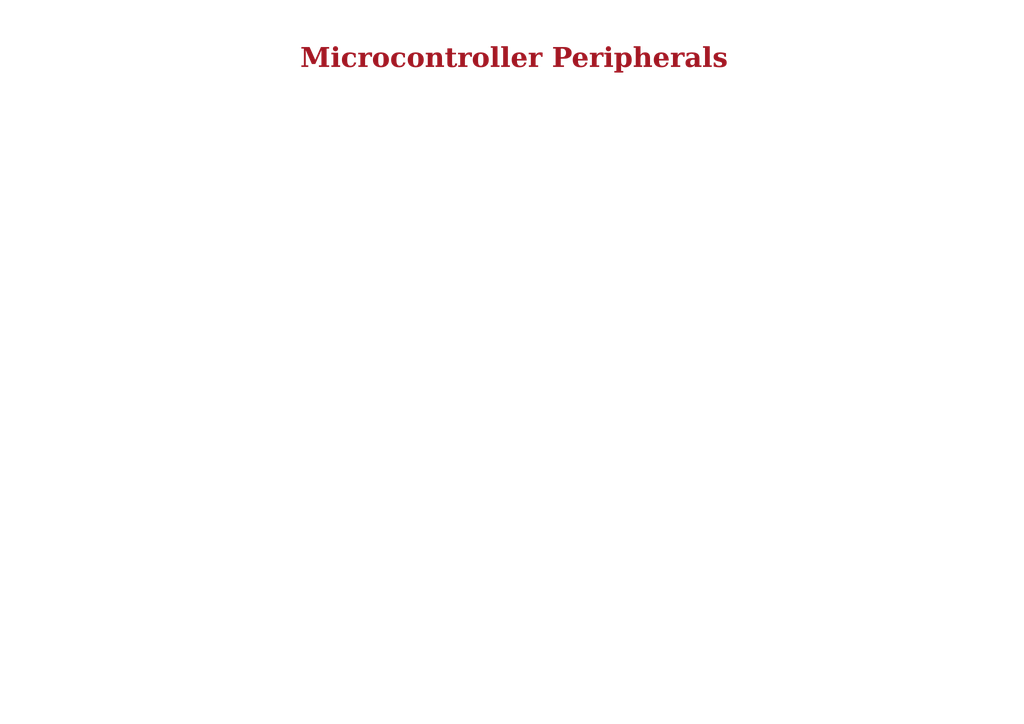
<source format=kicad_sch>
(kicad_sch
	(version 20250114)
	(generator "eeschema")
	(generator_version "9.0")
	(uuid "dd42db57-df1b-4058-874e-cfe1a4ab1fc3")
	(paper "A3")
	(title_block
		(title "Microcontroller Peripherals")
		(date "2026-02-05")
		(rev "1.0.0")
		(company "DvidMakesThings")
	)
	(lib_symbols)
	(text_box "Microcontroller Peripherals"
		(exclude_from_sim no)
		(at 13.97 17.78 0)
		(size 393.7 12.7)
		(margins 5.9999 5.9999 5.9999 5.9999)
		(stroke
			(width -0.0001)
			(type solid)
		)
		(fill
			(type none)
		)
		(effects
			(font
				(face "Times New Roman")
				(size 8 8)
				(thickness 1.2)
				(bold yes)
				(color 162 22 34 1)
			)
		)
		(uuid "f8fe939d-6674-4bb0-8932-d5e09e646624")
	)
)

</source>
